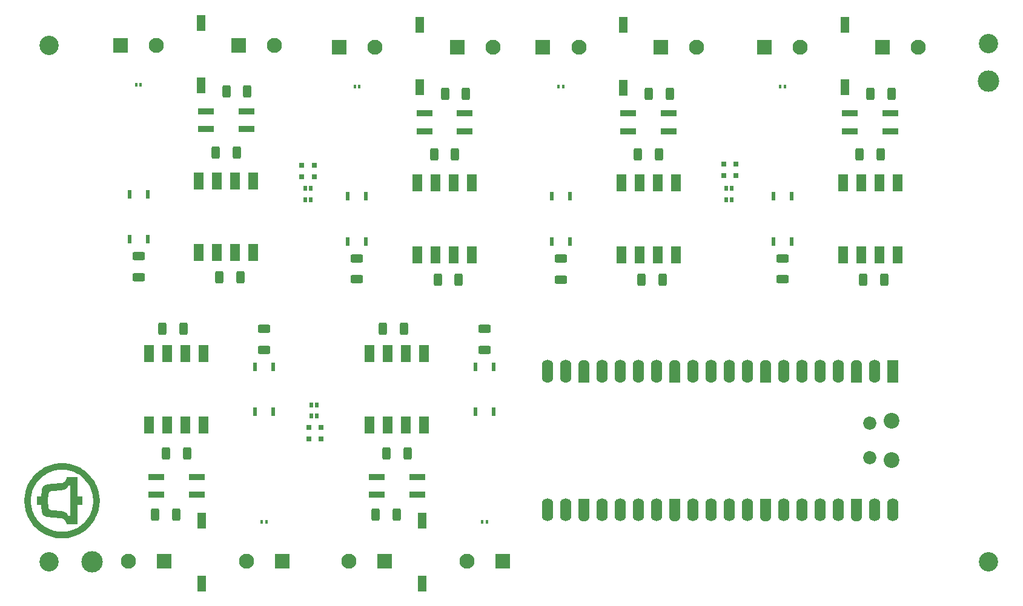
<source format=gbr>
%TF.GenerationSoftware,KiCad,Pcbnew,8.0.1*%
%TF.CreationDate,2025-02-20T00:44:45-08:00*%
%TF.ProjectId,tty2040,74747932-3034-4302-9e6b-696361645f70,a*%
%TF.SameCoordinates,Original*%
%TF.FileFunction,Soldermask,Top*%
%TF.FilePolarity,Negative*%
%FSLAX46Y46*%
G04 Gerber Fmt 4.6, Leading zero omitted, Abs format (unit mm)*
G04 Created by KiCad (PCBNEW 8.0.1) date 2025-02-20 00:44:45*
%MOMM*%
%LPD*%
G01*
G04 APERTURE LIST*
G04 Aperture macros list*
%AMRoundRect*
0 Rectangle with rounded corners*
0 $1 Rounding radius*
0 $2 $3 $4 $5 $6 $7 $8 $9 X,Y pos of 4 corners*
0 Add a 4 corners polygon primitive as box body*
4,1,4,$2,$3,$4,$5,$6,$7,$8,$9,$2,$3,0*
0 Add four circle primitives for the rounded corners*
1,1,$1+$1,$2,$3*
1,1,$1+$1,$4,$5*
1,1,$1+$1,$6,$7*
1,1,$1+$1,$8,$9*
0 Add four rect primitives between the rounded corners*
20,1,$1+$1,$2,$3,$4,$5,0*
20,1,$1+$1,$4,$5,$6,$7,0*
20,1,$1+$1,$6,$7,$8,$9,0*
20,1,$1+$1,$8,$9,$2,$3,0*%
%AMFreePoly0*
4,1,28,0.178017,0.779942,0.347107,0.720775,0.498792,0.625465,0.625465,0.498792,0.720775,0.347107,0.779942,0.178017,0.800000,0.000000,0.779942,-0.178017,0.720775,-0.347107,0.625465,-0.498792,0.498792,-0.625465,0.347107,-0.720775,0.178017,-0.779942,0.000000,-0.800000,-2.200000,-0.800000,-2.205014,-0.794986,-2.244504,-0.794986,-2.324698,-0.756366,-2.380194,-0.686777,-2.400000,-0.600000,
-2.400000,0.600000,-2.380194,0.686777,-2.324698,0.756366,-2.244504,0.794986,-2.205014,0.794986,-2.200000,0.800000,0.000000,0.800000,0.178017,0.779942,0.178017,0.779942,$1*%
%AMFreePoly1*
4,1,28,0.605014,0.794986,0.644504,0.794986,0.724698,0.756366,0.780194,0.686777,0.800000,0.600000,0.800000,-0.600000,0.780194,-0.686777,0.724698,-0.756366,0.644504,-0.794986,0.605014,-0.794986,0.600000,-0.800000,0.000000,-0.800000,-0.178017,-0.779942,-0.347107,-0.720775,-0.498792,-0.625465,-0.625465,-0.498792,-0.720775,-0.347107,-0.779942,-0.178017,-0.800000,0.000000,-0.779942,0.178017,
-0.720775,0.347107,-0.625465,0.498792,-0.498792,0.625465,-0.347107,0.720775,-0.178017,0.779942,0.000000,0.800000,0.600000,0.800000,0.605014,0.794986,0.605014,0.794986,$1*%
%AMFreePoly2*
4,1,29,0.605014,0.794986,0.644504,0.794986,0.724698,0.756366,0.780194,0.686777,0.800000,0.600000,0.800000,-0.600000,0.780194,-0.686777,0.724698,-0.756366,0.644504,-0.794986,0.605014,-0.794986,0.600000,-0.800000,0.000000,-0.800000,-1.600000,-0.800000,-1.778017,-0.779942,-1.947107,-0.720775,-2.098792,-0.625465,-2.225465,-0.498792,-2.320775,-0.347107,-2.379942,-0.178017,-2.400000,0.000000,
-2.379942,0.178017,-2.320775,0.347107,-2.225465,0.498792,-2.098792,0.625465,-1.947107,0.720775,-1.778017,0.779942,-1.600000,0.800000,0.600000,0.800000,0.605014,0.794986,0.605014,0.794986,$1*%
%AMFreePoly3*
4,1,28,0.178017,0.779942,0.347107,0.720775,0.498792,0.625465,0.625465,0.498792,0.720775,0.347107,0.779942,0.178017,0.800000,0.000000,0.779942,-0.178017,0.720775,-0.347107,0.625465,-0.498792,0.498792,-0.625465,0.347107,-0.720775,0.178017,-0.779942,0.000000,-0.800000,-0.600000,-0.800000,-0.605014,-0.794986,-0.644504,-0.794986,-0.724698,-0.756366,-0.780194,-0.686777,-0.800000,-0.600000,
-0.800000,0.600000,-0.780194,0.686777,-0.724698,0.756366,-0.644504,0.794986,-0.605014,0.794986,-0.600000,0.800000,0.000000,0.800000,0.178017,0.779942,0.178017,0.779942,$1*%
%AMFreePoly4*
4,1,29,1.778017,0.779942,1.947107,0.720775,2.098792,0.625465,2.225465,0.498792,2.320775,0.347107,2.379942,0.178017,2.400000,0.000000,2.379942,-0.178017,2.320775,-0.347107,2.225465,-0.498792,2.098792,-0.625465,1.947107,-0.720775,1.778017,-0.779942,1.600000,-0.800000,0.000000,-0.800000,-0.600000,-0.800000,-0.605014,-0.794986,-0.644504,-0.794986,-0.724698,-0.756366,-0.780194,-0.686777,
-0.800000,-0.600000,-0.800000,0.600000,-0.780194,0.686777,-0.724698,0.756366,-0.644504,0.794986,-0.605014,0.794986,-0.600000,0.800000,1.600000,0.800000,1.778017,0.779942,1.778017,0.779942,$1*%
G04 Aperture macros list end*
%ADD10C,0.000000*%
%ADD11C,3.000000*%
%ADD12R,1.300000X2.300000*%
%ADD13R,2.100000X2.100000*%
%ADD14C,2.100000*%
%ADD15RoundRect,0.250000X0.312500X0.625000X-0.312500X0.625000X-0.312500X-0.625000X0.312500X-0.625000X0*%
%ADD16RoundRect,0.250000X-0.312500X-0.625000X0.312500X-0.625000X0.312500X0.625000X-0.312500X0.625000X0*%
%ADD17R,0.300000X0.600000*%
%ADD18R,0.800000X0.800000*%
%ADD19R,2.160000X0.910000*%
%ADD20R,1.420000X2.450000*%
%ADD21C,2.700000*%
%ADD22R,0.600000X0.800000*%
%ADD23RoundRect,0.250000X0.625000X-0.312500X0.625000X0.312500X-0.625000X0.312500X-0.625000X-0.312500X0*%
%ADD24R,0.590000X1.300000*%
%ADD25RoundRect,0.250000X-0.625000X0.312500X-0.625000X-0.312500X0.625000X-0.312500X0.625000X0.312500X0*%
%ADD26C,2.200000*%
%ADD27C,1.850000*%
%ADD28RoundRect,0.200000X-0.600000X0.600000X-0.600000X-0.600000X0.600000X-0.600000X0.600000X0.600000X0*%
%ADD29FreePoly0,270.000000*%
%ADD30C,1.600000*%
%ADD31RoundRect,0.800000X-0.000010X0.800000X-0.000010X-0.800000X0.000010X-0.800000X0.000010X0.800000X0*%
%ADD32FreePoly1,270.000000*%
%ADD33FreePoly2,270.000000*%
%ADD34FreePoly3,270.000000*%
%ADD35FreePoly4,270.000000*%
G04 APERTURE END LIST*
D10*
G36*
X85292742Y-122664350D02*
G01*
X85560167Y-122684679D01*
X85823700Y-122718157D01*
X86083009Y-122764452D01*
X86337765Y-122823235D01*
X86587636Y-122894175D01*
X86832292Y-122976941D01*
X87071403Y-123071203D01*
X87304639Y-123176630D01*
X87531667Y-123292891D01*
X87752159Y-123419657D01*
X87965782Y-123556596D01*
X88172208Y-123703377D01*
X88371105Y-123859671D01*
X88562142Y-124025147D01*
X88744989Y-124199474D01*
X88919316Y-124382321D01*
X89084791Y-124573359D01*
X89241085Y-124772255D01*
X89387867Y-124978681D01*
X89524806Y-125192305D01*
X89651571Y-125412796D01*
X89767833Y-125639825D01*
X89873259Y-125873060D01*
X89967521Y-126112171D01*
X90050287Y-126356828D01*
X90121227Y-126606699D01*
X90180010Y-126861455D01*
X90226305Y-127120764D01*
X90259783Y-127384297D01*
X90280112Y-127651722D01*
X90286961Y-127922708D01*
X90280111Y-128193454D01*
X90259780Y-128460668D01*
X90226299Y-128724019D01*
X90179998Y-128983174D01*
X90121210Y-129237802D01*
X90050264Y-129487570D01*
X89967490Y-129732147D01*
X89873221Y-129971199D01*
X89767786Y-130204396D01*
X89651516Y-130431405D01*
X89524742Y-130651894D01*
X89387794Y-130865531D01*
X89241004Y-131071983D01*
X89084702Y-131270919D01*
X88919219Y-131462007D01*
X88744886Y-131644915D01*
X88562032Y-131819310D01*
X88370990Y-131984860D01*
X88172089Y-132141234D01*
X87965661Y-132288098D01*
X87752036Y-132425122D01*
X87531545Y-132551974D01*
X87304518Y-132668320D01*
X87071287Y-132773829D01*
X86832182Y-132868169D01*
X86587533Y-132951007D01*
X86337672Y-133022013D01*
X86082930Y-133080853D01*
X85823636Y-133127195D01*
X85560122Y-133160708D01*
X85292718Y-133181059D01*
X85024224Y-133187854D01*
X85021755Y-133187917D01*
X84751010Y-133181059D01*
X84483795Y-133160708D01*
X84220445Y-133127195D01*
X83961289Y-133080853D01*
X83706661Y-133022013D01*
X83456893Y-132951007D01*
X83212317Y-132868169D01*
X82973264Y-132773829D01*
X82740067Y-132668320D01*
X82513059Y-132551974D01*
X82292570Y-132425122D01*
X82078933Y-132288098D01*
X81872481Y-132141234D01*
X81673544Y-131984860D01*
X81482457Y-131819310D01*
X81299549Y-131644915D01*
X81125154Y-131462007D01*
X80959604Y-131270919D01*
X80803230Y-131071983D01*
X80656365Y-130865531D01*
X80519341Y-130651894D01*
X80392490Y-130431405D01*
X80276144Y-130204396D01*
X80170635Y-129971199D01*
X80076295Y-129732147D01*
X79993456Y-129487570D01*
X79922451Y-129237802D01*
X79863611Y-128983174D01*
X79817269Y-128724019D01*
X79783756Y-128460668D01*
X79763404Y-128193454D01*
X79756547Y-127922708D01*
X80675420Y-127922708D01*
X80681082Y-128146158D01*
X80697884Y-128366697D01*
X80725553Y-128584051D01*
X80763814Y-128797946D01*
X80812395Y-129008106D01*
X80871021Y-129214259D01*
X80939419Y-129416129D01*
X81017314Y-129613443D01*
X81104434Y-129805925D01*
X81200503Y-129993303D01*
X81305248Y-130175300D01*
X81418396Y-130351644D01*
X81539673Y-130522060D01*
X81668805Y-130686273D01*
X81805518Y-130844009D01*
X81949538Y-130994994D01*
X82100591Y-131138954D01*
X82258404Y-131275614D01*
X82422703Y-131404700D01*
X82593214Y-131525937D01*
X82769664Y-131639052D01*
X82951778Y-131743770D01*
X83139282Y-131839816D01*
X83331903Y-131926918D01*
X83529368Y-132004799D01*
X83731401Y-132073186D01*
X83937730Y-132131804D01*
X84148081Y-132180380D01*
X84362180Y-132218638D01*
X84579752Y-132246306D01*
X84800525Y-132263107D01*
X85024224Y-132268769D01*
X85177936Y-132266083D01*
X85330343Y-132258088D01*
X85481355Y-132244877D01*
X85630883Y-132226541D01*
X85778837Y-132203173D01*
X85925128Y-132174866D01*
X86069665Y-132141711D01*
X86212360Y-132103802D01*
X86353122Y-132061231D01*
X86491863Y-132014090D01*
X86628491Y-131962471D01*
X86762918Y-131906468D01*
X86895055Y-131846173D01*
X87024810Y-131781677D01*
X87152096Y-131713074D01*
X87276822Y-131640456D01*
X87393123Y-131566911D01*
X87506921Y-131489856D01*
X87726698Y-131325523D01*
X87935530Y-131148063D01*
X88132791Y-130958083D01*
X88317859Y-130756191D01*
X88490108Y-130542993D01*
X88571231Y-130432344D01*
X88648915Y-130319096D01*
X88723083Y-130203325D01*
X88793656Y-130085107D01*
X88860556Y-129964518D01*
X88923706Y-129841633D01*
X88983026Y-129716528D01*
X89038441Y-129589280D01*
X89089870Y-129459965D01*
X89137236Y-129328657D01*
X89180462Y-129195433D01*
X89219469Y-129060368D01*
X89254179Y-128923540D01*
X89284514Y-128785023D01*
X89310397Y-128644893D01*
X89331748Y-128503226D01*
X89348490Y-128360098D01*
X89360546Y-128215586D01*
X89367836Y-128069764D01*
X89370284Y-127922708D01*
X89361466Y-127643484D01*
X89335366Y-127368969D01*
X89292516Y-127099696D01*
X89233445Y-126836194D01*
X89158685Y-126578994D01*
X89068767Y-126328626D01*
X88964222Y-126085622D01*
X88845581Y-125850511D01*
X88713374Y-125623824D01*
X88568133Y-125406091D01*
X88410388Y-125197844D01*
X88240671Y-124999613D01*
X88059512Y-124811928D01*
X87867442Y-124635319D01*
X87664993Y-124470317D01*
X87452695Y-124317454D01*
X87320920Y-124232268D01*
X87185980Y-124151705D01*
X87047980Y-124075884D01*
X86907028Y-124004926D01*
X86763230Y-123938952D01*
X86616694Y-123878083D01*
X86467526Y-123822438D01*
X86315833Y-123772138D01*
X86161722Y-123727305D01*
X86005300Y-123688058D01*
X85846674Y-123654519D01*
X85685951Y-123626807D01*
X85523237Y-123605043D01*
X85358640Y-123589349D01*
X85192267Y-123579843D01*
X85024224Y-123576648D01*
X84800525Y-123582302D01*
X84579752Y-123599081D01*
X84362180Y-123626713D01*
X84148081Y-123664924D01*
X83937730Y-123713443D01*
X83731401Y-123771996D01*
X83529368Y-123840310D01*
X83331903Y-123918113D01*
X83139282Y-124005132D01*
X82951778Y-124101094D01*
X82769664Y-124205726D01*
X82593214Y-124318756D01*
X82422703Y-124439910D01*
X82258404Y-124568917D01*
X82100591Y-124705502D01*
X81949538Y-124849393D01*
X81805518Y-125000318D01*
X81668805Y-125158004D01*
X81539673Y-125322178D01*
X81418396Y-125492566D01*
X81305248Y-125668897D01*
X81200503Y-125850898D01*
X81104434Y-126038295D01*
X81017314Y-126230816D01*
X80939419Y-126428188D01*
X80871021Y-126630138D01*
X80812395Y-126836394D01*
X80763814Y-127046683D01*
X80725553Y-127260731D01*
X80697884Y-127478267D01*
X80681082Y-127699017D01*
X80675420Y-127922708D01*
X79756547Y-127922708D01*
X79763405Y-127651722D01*
X79783756Y-127384297D01*
X79817269Y-127120764D01*
X79863612Y-126861455D01*
X79922451Y-126606699D01*
X79993457Y-126356828D01*
X80076296Y-126112171D01*
X80170635Y-125873060D01*
X80276144Y-125639825D01*
X80392491Y-125412796D01*
X80519342Y-125192305D01*
X80656366Y-124978681D01*
X80803231Y-124772255D01*
X80959604Y-124573359D01*
X81125155Y-124382321D01*
X81299550Y-124199474D01*
X81482457Y-124025147D01*
X81673545Y-123859671D01*
X81872481Y-123703377D01*
X82078934Y-123556596D01*
X82292570Y-123419657D01*
X82513059Y-123292891D01*
X82740068Y-123176630D01*
X82973265Y-123071203D01*
X83212317Y-122976941D01*
X83456894Y-122894175D01*
X83706662Y-122823235D01*
X83961290Y-122764452D01*
X84220445Y-122718157D01*
X84483796Y-122684679D01*
X84751010Y-122664350D01*
X85021756Y-122657501D01*
X85292742Y-122664350D01*
G37*
G36*
X87145272Y-124641215D02*
G01*
X87148290Y-127346527D01*
X87880865Y-127346527D01*
X87880865Y-128490660D01*
X87148290Y-128496147D01*
X87164752Y-131198716D01*
X86152319Y-131196879D01*
X85652686Y-131195973D01*
X85640575Y-131136866D01*
X85626816Y-131080404D01*
X85611471Y-131026530D01*
X85594599Y-130975188D01*
X85576262Y-130926323D01*
X85556520Y-130879876D01*
X85535436Y-130835793D01*
X85513069Y-130794017D01*
X85489480Y-130754491D01*
X85464732Y-130717160D01*
X85438883Y-130681968D01*
X85411996Y-130648857D01*
X85384132Y-130617771D01*
X85355350Y-130588655D01*
X85325713Y-130561453D01*
X85295281Y-130536107D01*
X85264116Y-130512561D01*
X85232277Y-130490760D01*
X85199826Y-130470647D01*
X85166824Y-130452166D01*
X85099411Y-130419873D01*
X85030525Y-130393433D01*
X84960653Y-130372394D01*
X84890283Y-130356307D01*
X84819903Y-130344721D01*
X84750000Y-130337187D01*
X82961091Y-130186282D01*
X82917717Y-130182241D01*
X82875566Y-130176335D01*
X82834640Y-130168625D01*
X82794941Y-130159177D01*
X82756469Y-130148052D01*
X82719226Y-130135315D01*
X82683215Y-130121029D01*
X82648435Y-130105256D01*
X82614890Y-130088061D01*
X82582580Y-130069506D01*
X82551507Y-130049655D01*
X82521672Y-130028571D01*
X82493077Y-130006318D01*
X82465724Y-129982958D01*
X82439613Y-129958555D01*
X82414747Y-129933173D01*
X82391127Y-129906874D01*
X82368754Y-129879723D01*
X82327757Y-129823113D01*
X82291768Y-129763851D01*
X82260799Y-129702443D01*
X82234861Y-129639395D01*
X82213968Y-129575214D01*
X82198130Y-129510405D01*
X82187361Y-129445476D01*
X82158991Y-129198921D01*
X82140461Y-128997863D01*
X82129775Y-128838411D01*
X82124941Y-128716674D01*
X82124255Y-128529072D01*
X81482224Y-128520841D01*
X81482224Y-127917221D01*
X83068371Y-127917221D01*
X83070429Y-128120899D01*
X83076602Y-128324321D01*
X83086891Y-128527228D01*
X83101296Y-128729363D01*
X83103412Y-128773382D01*
X83108836Y-128817730D01*
X83117724Y-128862030D01*
X83130234Y-128905905D01*
X83146521Y-128948975D01*
X83156131Y-128970091D01*
X83166743Y-128990864D01*
X83178379Y-129011247D01*
X83191057Y-129031193D01*
X83204797Y-129050655D01*
X83219619Y-129069585D01*
X83235542Y-129087936D01*
X83252586Y-129105662D01*
X83270770Y-129122714D01*
X83290115Y-129139046D01*
X83310638Y-129154610D01*
X83332362Y-129169360D01*
X83355304Y-129183247D01*
X83379484Y-129196225D01*
X83404922Y-129208246D01*
X83431638Y-129219264D01*
X83459651Y-129229231D01*
X83488981Y-129238099D01*
X83519647Y-129245822D01*
X83551669Y-129252352D01*
X83585067Y-129257643D01*
X83619860Y-129261646D01*
X84978004Y-129387857D01*
X85052578Y-129396442D01*
X85123069Y-129407666D01*
X85189591Y-129421337D01*
X85252259Y-129437266D01*
X85311185Y-129455260D01*
X85366482Y-129475128D01*
X85418266Y-129496681D01*
X85466648Y-129519727D01*
X85511744Y-129544076D01*
X85553665Y-129569535D01*
X85592527Y-129595915D01*
X85628442Y-129623024D01*
X85661524Y-129650672D01*
X85691887Y-129678668D01*
X85744909Y-129734938D01*
X85788418Y-129790308D01*
X85823321Y-129843251D01*
X85850527Y-129892239D01*
X85870945Y-129935745D01*
X85902914Y-130024401D01*
X86152319Y-130027145D01*
X86152319Y-125812784D01*
X85891664Y-125810040D01*
X85866829Y-125861260D01*
X85841667Y-125909518D01*
X85816191Y-125954908D01*
X85790413Y-125997525D01*
X85764347Y-126037460D01*
X85738004Y-126074808D01*
X85711397Y-126109663D01*
X85684539Y-126142117D01*
X85657442Y-126172264D01*
X85630119Y-126200197D01*
X85602582Y-126226011D01*
X85574845Y-126249797D01*
X85546918Y-126271651D01*
X85518816Y-126291665D01*
X85490551Y-126309932D01*
X85462134Y-126326547D01*
X85433580Y-126341602D01*
X85404899Y-126355191D01*
X85376106Y-126367408D01*
X85347212Y-126378345D01*
X85289172Y-126396757D01*
X85230881Y-126411173D01*
X85172439Y-126422343D01*
X85113946Y-126431012D01*
X84997210Y-126443841D01*
X83619860Y-126572796D01*
X83587286Y-126575055D01*
X83555920Y-126578713D01*
X83525745Y-126583724D01*
X83496746Y-126590040D01*
X83468909Y-126597615D01*
X83442219Y-126606400D01*
X83416659Y-126616348D01*
X83392217Y-126627413D01*
X83368875Y-126639547D01*
X83346620Y-126652703D01*
X83325435Y-126666833D01*
X83305307Y-126681891D01*
X83286220Y-126697829D01*
X83268158Y-126714600D01*
X83251107Y-126732157D01*
X83235053Y-126750452D01*
X83219978Y-126769438D01*
X83205870Y-126789069D01*
X83192712Y-126809297D01*
X83180489Y-126830074D01*
X83169187Y-126851353D01*
X83158790Y-126873088D01*
X83140651Y-126917734D01*
X83125953Y-126963633D01*
X83114575Y-127010409D01*
X83106396Y-127057684D01*
X83101296Y-127105079D01*
X83086891Y-127308757D01*
X83076602Y-127512178D01*
X83070429Y-127715085D01*
X83068371Y-127917221D01*
X81482224Y-127917221D01*
X81482224Y-127313602D01*
X82126999Y-127305371D01*
X82135273Y-127088145D01*
X82149978Y-126833107D01*
X82168284Y-126585786D01*
X82177903Y-126479247D01*
X82187361Y-126391710D01*
X82192692Y-126353157D01*
X82199397Y-126315690D01*
X82207437Y-126279299D01*
X82216771Y-126243978D01*
X82227358Y-126209717D01*
X82239160Y-126176510D01*
X82252135Y-126144347D01*
X82266244Y-126113222D01*
X82281445Y-126083125D01*
X82297700Y-126054050D01*
X82314967Y-126025987D01*
X82333208Y-125998929D01*
X82352380Y-125972867D01*
X82372445Y-125947795D01*
X82393362Y-125923703D01*
X82415091Y-125900583D01*
X82433868Y-125882326D01*
X82453160Y-125864615D01*
X82472966Y-125847483D01*
X82493287Y-125830961D01*
X82503640Y-125822940D01*
X82514122Y-125815083D01*
X82524732Y-125807395D01*
X82535471Y-125799880D01*
X82546339Y-125792542D01*
X82557336Y-125785384D01*
X82568461Y-125778412D01*
X82579714Y-125771628D01*
X82602023Y-125758637D01*
X82624685Y-125746410D01*
X82647670Y-125734938D01*
X82670943Y-125724213D01*
X82694474Y-125714229D01*
X82718229Y-125704975D01*
X82742178Y-125696445D01*
X82766287Y-125688631D01*
X82790525Y-125681524D01*
X82814860Y-125675116D01*
X82839259Y-125669399D01*
X82863690Y-125664366D01*
X82888120Y-125660008D01*
X82912519Y-125656317D01*
X82936854Y-125653285D01*
X82961092Y-125650904D01*
X84750000Y-125500000D01*
X84822634Y-125496080D01*
X84891413Y-125487611D01*
X84956434Y-125474901D01*
X85017798Y-125458254D01*
X85075602Y-125437979D01*
X85129947Y-125414380D01*
X85180930Y-125387766D01*
X85228652Y-125358441D01*
X85273210Y-125326713D01*
X85314705Y-125292888D01*
X85353234Y-125257272D01*
X85388897Y-125220172D01*
X85421793Y-125181895D01*
X85452021Y-125142747D01*
X85479679Y-125103033D01*
X85504868Y-125063062D01*
X85548229Y-124983571D01*
X85582898Y-124906724D01*
X85609665Y-124834973D01*
X85629321Y-124770770D01*
X85642660Y-124716567D01*
X85650473Y-124674815D01*
X85653551Y-124647966D01*
X85652686Y-124638471D01*
X87145272Y-124641215D01*
G37*
D11*
%TO.C,FID1*%
X89250000Y-136500000D03*
%TD*%
%TO.C,FID2*%
X214500000Y-69250000D03*
%TD*%
D12*
%TO.C,SW5*%
X104520000Y-130720000D03*
X104520000Y-139480000D03*
%TD*%
%TO.C,SW1*%
X194480000Y-70130000D03*
X194480000Y-61370000D03*
%TD*%
%TO.C,SW4*%
X104462500Y-69842500D03*
X104462500Y-61082500D03*
%TD*%
%TO.C,SW2*%
X163500000Y-70150000D03*
X163500000Y-61390000D03*
%TD*%
%TO.C,SW3*%
X135000000Y-70130000D03*
X135000000Y-61370000D03*
%TD*%
%TO.C,SW6*%
X135345000Y-130720000D03*
X135345000Y-139480000D03*
%TD*%
D13*
%TO.C,J2*%
X183230000Y-64500000D03*
D14*
X188230000Y-64500000D03*
%TD*%
D15*
%TO.C,R22*%
X133307500Y-121350000D03*
X130382500Y-121350000D03*
%TD*%
D13*
%TO.C,J11*%
X130095000Y-136350000D03*
D14*
X125095000Y-136350000D03*
%TD*%
D16*
%TO.C,R6*%
X165537500Y-79520000D03*
X168462500Y-79520000D03*
%TD*%
D17*
%TO.C,D10*%
X112950000Y-130850000D03*
X113590000Y-130850000D03*
%TD*%
D18*
%TO.C,LED3*%
X120250000Y-81000000D03*
X120250000Y-82600000D03*
%TD*%
D16*
%TO.C,R12*%
X137537500Y-97000000D03*
X140462500Y-97000000D03*
%TD*%
D13*
%TO.C,J10*%
X115770000Y-136350000D03*
D14*
X110770000Y-136350000D03*
%TD*%
D18*
%TO.C,LED6*%
X121250000Y-119300000D03*
X121250000Y-117700000D03*
%TD*%
D17*
%TO.C,D2*%
X186050000Y-70000000D03*
X185410000Y-70000000D03*
%TD*%
D13*
%TO.C,J5*%
X140250000Y-64500000D03*
D14*
X145250000Y-64500000D03*
%TD*%
D19*
%TO.C,D7*%
X105152500Y-73462500D03*
X110772500Y-73462500D03*
X105152500Y-75962500D03*
X110772500Y-75962500D03*
%TD*%
D20*
%TO.C,U3*%
X170810000Y-83500000D03*
X168270000Y-83500000D03*
X165730000Y-83500000D03*
X163190000Y-83500000D03*
X163190000Y-93540000D03*
X165730000Y-93540000D03*
X168270000Y-93540000D03*
X170810000Y-93540000D03*
%TD*%
D21*
%TO.C,H2*%
X83250000Y-64250000D03*
%TD*%
D19*
%TO.C,D3*%
X164190000Y-73770000D03*
X169810000Y-73770000D03*
X164190000Y-76270000D03*
X169810000Y-76270000D03*
%TD*%
D15*
%TO.C,R18*%
X102482500Y-121350000D03*
X99557500Y-121350000D03*
%TD*%
D22*
%TO.C,U15*%
X119850000Y-116100000D03*
X120650000Y-116100000D03*
X120650000Y-114500000D03*
X119850000Y-114500000D03*
%TD*%
D18*
%TO.C,LED5*%
X119500000Y-119300000D03*
X119500000Y-117700000D03*
%TD*%
D23*
%TO.C,R11*%
X126250000Y-96962500D03*
X126250000Y-94037500D03*
%TD*%
D16*
%TO.C,R4*%
X197017500Y-97000000D03*
X199942500Y-97000000D03*
%TD*%
%TO.C,R16*%
X107000000Y-96712500D03*
X109925000Y-96712500D03*
%TD*%
D22*
%TO.C,U14*%
X119800000Y-84250000D03*
X119000000Y-84250000D03*
X119000000Y-85850000D03*
X119800000Y-85850000D03*
%TD*%
D20*
%TO.C,U9*%
X97210000Y-117370000D03*
X99750000Y-117370000D03*
X102290000Y-117370000D03*
X104830000Y-117370000D03*
X104830000Y-107330000D03*
X102290000Y-107330000D03*
X99750000Y-107330000D03*
X97210000Y-107330000D03*
%TD*%
D13*
%TO.C,J1*%
X199730000Y-64500000D03*
D14*
X204730000Y-64500000D03*
%TD*%
D13*
%TO.C,J8*%
X93212500Y-64212500D03*
D14*
X98212500Y-64212500D03*
%TD*%
D15*
%TO.C,R24*%
X132807500Y-103850000D03*
X129882500Y-103850000D03*
%TD*%
D19*
%TO.C,D1*%
X195170000Y-73750000D03*
X200790000Y-73750000D03*
X195170000Y-76250000D03*
X200790000Y-76250000D03*
%TD*%
D20*
%TO.C,U7*%
X111772500Y-83192500D03*
X109232500Y-83192500D03*
X106692500Y-83192500D03*
X104152500Y-83192500D03*
X104152500Y-93232500D03*
X106692500Y-93232500D03*
X109232500Y-93232500D03*
X111772500Y-93232500D03*
%TD*%
D16*
%TO.C,R8*%
X166037500Y-97020000D03*
X168962500Y-97020000D03*
%TD*%
D22*
%TO.C,U13*%
X178650000Y-84200000D03*
X177850000Y-84200000D03*
X177850000Y-85800000D03*
X178650000Y-85800000D03*
%TD*%
D16*
%TO.C,R5*%
X167037500Y-71020000D03*
X169962500Y-71020000D03*
%TD*%
D23*
%TO.C,R7*%
X154750000Y-96982500D03*
X154750000Y-94057500D03*
%TD*%
D13*
%TO.C,J7*%
X109712500Y-64212500D03*
D14*
X114712500Y-64212500D03*
%TD*%
D21*
%TO.C,H1*%
X214500000Y-64000000D03*
%TD*%
D24*
%TO.C,U8*%
X94442500Y-91362500D03*
X96982500Y-91362500D03*
X96982500Y-85062500D03*
X94442500Y-85062500D03*
%TD*%
D20*
%TO.C,U5*%
X142310000Y-83480000D03*
X139770000Y-83480000D03*
X137230000Y-83480000D03*
X134690000Y-83480000D03*
X134690000Y-93520000D03*
X137230000Y-93520000D03*
X139770000Y-93520000D03*
X142310000Y-93520000D03*
%TD*%
D24*
%TO.C,U4*%
X153480000Y-91670000D03*
X156020000Y-91670000D03*
X156020000Y-85370000D03*
X153480000Y-85370000D03*
%TD*%
D25*
%TO.C,R23*%
X144095000Y-103887500D03*
X144095000Y-106812500D03*
%TD*%
D15*
%TO.C,R20*%
X101982500Y-103850000D03*
X99057500Y-103850000D03*
%TD*%
D24*
%TO.C,U6*%
X124980000Y-91650000D03*
X127520000Y-91650000D03*
X127520000Y-85350000D03*
X124980000Y-85350000D03*
%TD*%
%TO.C,U10*%
X114540000Y-109200000D03*
X112000000Y-109200000D03*
X112000000Y-115500000D03*
X114540000Y-115500000D03*
%TD*%
D20*
%TO.C,U1*%
X201790000Y-83480000D03*
X199250000Y-83480000D03*
X196710000Y-83480000D03*
X194170000Y-83480000D03*
X194170000Y-93520000D03*
X196710000Y-93520000D03*
X199250000Y-93520000D03*
X201790000Y-93520000D03*
%TD*%
D16*
%TO.C,R2*%
X196517500Y-79500000D03*
X199442500Y-79500000D03*
%TD*%
D19*
%TO.C,D9*%
X103830000Y-127100000D03*
X98210000Y-127100000D03*
X103830000Y-124600000D03*
X98210000Y-124600000D03*
%TD*%
D23*
%TO.C,R15*%
X95712500Y-96675000D03*
X95712500Y-93750000D03*
%TD*%
D15*
%TO.C,R17*%
X100982500Y-129850000D03*
X98057500Y-129850000D03*
%TD*%
D16*
%TO.C,R9*%
X138537500Y-71000000D03*
X141462500Y-71000000D03*
%TD*%
D21*
%TO.C,H4*%
X83250000Y-136500000D03*
%TD*%
D13*
%TO.C,J9*%
X99270000Y-136350000D03*
D14*
X94270000Y-136350000D03*
%TD*%
D16*
%TO.C,R10*%
X137037500Y-79500000D03*
X139962500Y-79500000D03*
%TD*%
D13*
%TO.C,J12*%
X146595000Y-136350000D03*
D14*
X141595000Y-136350000D03*
%TD*%
D18*
%TO.C,LED4*%
X118500000Y-81000000D03*
X118500000Y-82600000D03*
%TD*%
D23*
%TO.C,R3*%
X185730000Y-96962500D03*
X185730000Y-94037500D03*
%TD*%
D16*
%TO.C,R14*%
X106500000Y-79212500D03*
X109425000Y-79212500D03*
%TD*%
D17*
%TO.C,D4*%
X155070000Y-70020000D03*
X154430000Y-70020000D03*
%TD*%
D16*
%TO.C,R13*%
X108000000Y-70712500D03*
X110925000Y-70712500D03*
%TD*%
D24*
%TO.C,U12*%
X145365000Y-109200000D03*
X142825000Y-109200000D03*
X142825000Y-115500000D03*
X145365000Y-115500000D03*
%TD*%
D16*
%TO.C,R1*%
X198017500Y-71000000D03*
X200942500Y-71000000D03*
%TD*%
D18*
%TO.C,LED1*%
X179250000Y-80870000D03*
X179250000Y-82470000D03*
%TD*%
D17*
%TO.C,D12*%
X143775000Y-130850000D03*
X144415000Y-130850000D03*
%TD*%
D20*
%TO.C,U11*%
X128035000Y-117370000D03*
X130575000Y-117370000D03*
X133115000Y-117370000D03*
X135655000Y-117370000D03*
X135655000Y-107330000D03*
X133115000Y-107330000D03*
X130575000Y-107330000D03*
X128035000Y-107330000D03*
%TD*%
D15*
%TO.C,R21*%
X131807500Y-129850000D03*
X128882500Y-129850000D03*
%TD*%
D19*
%TO.C,D11*%
X134655000Y-127100000D03*
X129035000Y-127100000D03*
X134655000Y-124600000D03*
X129035000Y-124600000D03*
%TD*%
D13*
%TO.C,J4*%
X152250000Y-64520000D03*
D14*
X157250000Y-64520000D03*
%TD*%
D21*
%TO.C,H3*%
X214500000Y-136500000D03*
%TD*%
D18*
%TO.C,LED2*%
X177500000Y-80870000D03*
X177500000Y-82470000D03*
%TD*%
D17*
%TO.C,D8*%
X96032500Y-69712500D03*
X95392500Y-69712500D03*
%TD*%
%TO.C,D6*%
X126570000Y-70000000D03*
X125930000Y-70000000D03*
%TD*%
D24*
%TO.C,U2*%
X184460000Y-91650000D03*
X187000000Y-91650000D03*
X187000000Y-85350000D03*
X184460000Y-85350000D03*
%TD*%
D25*
%TO.C,R19*%
X113270000Y-103887500D03*
X113270000Y-106812500D03*
%TD*%
D26*
%TO.C,A1*%
X201000000Y-116775000D03*
D27*
X197970000Y-117075000D03*
X197970000Y-121925000D03*
D26*
X201000000Y-122225000D03*
D28*
X201130000Y-110610000D03*
D29*
X201130000Y-110610000D03*
D30*
X198590000Y-110610000D03*
D31*
X198590000Y-109810000D03*
D32*
X196050000Y-110610000D03*
D33*
X196050000Y-110610000D03*
D30*
X193510000Y-110610000D03*
D31*
X193510000Y-109810000D03*
D30*
X190970000Y-110610000D03*
D31*
X190970000Y-109810000D03*
D30*
X188430000Y-110610000D03*
D31*
X188430000Y-109810000D03*
D30*
X185890000Y-110610000D03*
D31*
X185890000Y-109810000D03*
D32*
X183350000Y-110610000D03*
D33*
X183350000Y-110610000D03*
D30*
X180810000Y-110610000D03*
D31*
X180810000Y-109810000D03*
D30*
X178270000Y-110610000D03*
D31*
X178270000Y-109810000D03*
D30*
X175730000Y-110610000D03*
D31*
X175730000Y-109810000D03*
D30*
X173190000Y-110610000D03*
D31*
X173190000Y-109810000D03*
D32*
X170650000Y-110610000D03*
D33*
X170650000Y-110610000D03*
D30*
X168110000Y-110610000D03*
D31*
X168110000Y-109810000D03*
D30*
X165570000Y-110610000D03*
D31*
X165570000Y-109810000D03*
D30*
X163030000Y-110610000D03*
D31*
X163030000Y-109810000D03*
D30*
X160490000Y-110610000D03*
D31*
X160490000Y-109810000D03*
D32*
X157950000Y-110610000D03*
D33*
X157950000Y-110610000D03*
D30*
X155410000Y-110610000D03*
D31*
X155410000Y-109810000D03*
D30*
X152870000Y-110610000D03*
D31*
X152870000Y-109810000D03*
D30*
X152870000Y-128390000D03*
D31*
X152870000Y-129190000D03*
D30*
X155410000Y-128390000D03*
D31*
X155410000Y-129190000D03*
D34*
X157950000Y-128390000D03*
D35*
X157950000Y-128390000D03*
D30*
X160490000Y-128390000D03*
D31*
X160490000Y-129190000D03*
D30*
X163030000Y-128390000D03*
D31*
X163030000Y-129190000D03*
D30*
X165570000Y-128390000D03*
D31*
X165570000Y-129190000D03*
D30*
X168110000Y-128390000D03*
D31*
X168110000Y-129190000D03*
D34*
X170650000Y-128390000D03*
D35*
X170650000Y-128390000D03*
D30*
X173190000Y-128390000D03*
D31*
X173190000Y-129190000D03*
D30*
X175730000Y-128390000D03*
D31*
X175730000Y-129190000D03*
D30*
X178270000Y-128390000D03*
D31*
X178270000Y-129190000D03*
D30*
X180810000Y-128390000D03*
D31*
X180810000Y-129190000D03*
D34*
X183350000Y-128390000D03*
D35*
X183350000Y-128390000D03*
D30*
X185890000Y-128390000D03*
D31*
X185890000Y-129190000D03*
D30*
X188430000Y-128390000D03*
D31*
X188430000Y-129190000D03*
D30*
X190970000Y-128390000D03*
D31*
X190970000Y-129190000D03*
D30*
X193510000Y-128390000D03*
D31*
X193510000Y-129190000D03*
D34*
X196050000Y-128390000D03*
D35*
X196050000Y-128390000D03*
D30*
X198590000Y-128390000D03*
D31*
X198590000Y-129190000D03*
D30*
X201130000Y-128390000D03*
D31*
X201130000Y-129190000D03*
%TD*%
D19*
%TO.C,D5*%
X135690000Y-73750000D03*
X141310000Y-73750000D03*
X135690000Y-76250000D03*
X141310000Y-76250000D03*
%TD*%
D13*
%TO.C,J3*%
X168750000Y-64520000D03*
D14*
X173750000Y-64520000D03*
%TD*%
D13*
%TO.C,J6*%
X123750000Y-64500000D03*
D14*
X128750000Y-64500000D03*
%TD*%
M02*

</source>
